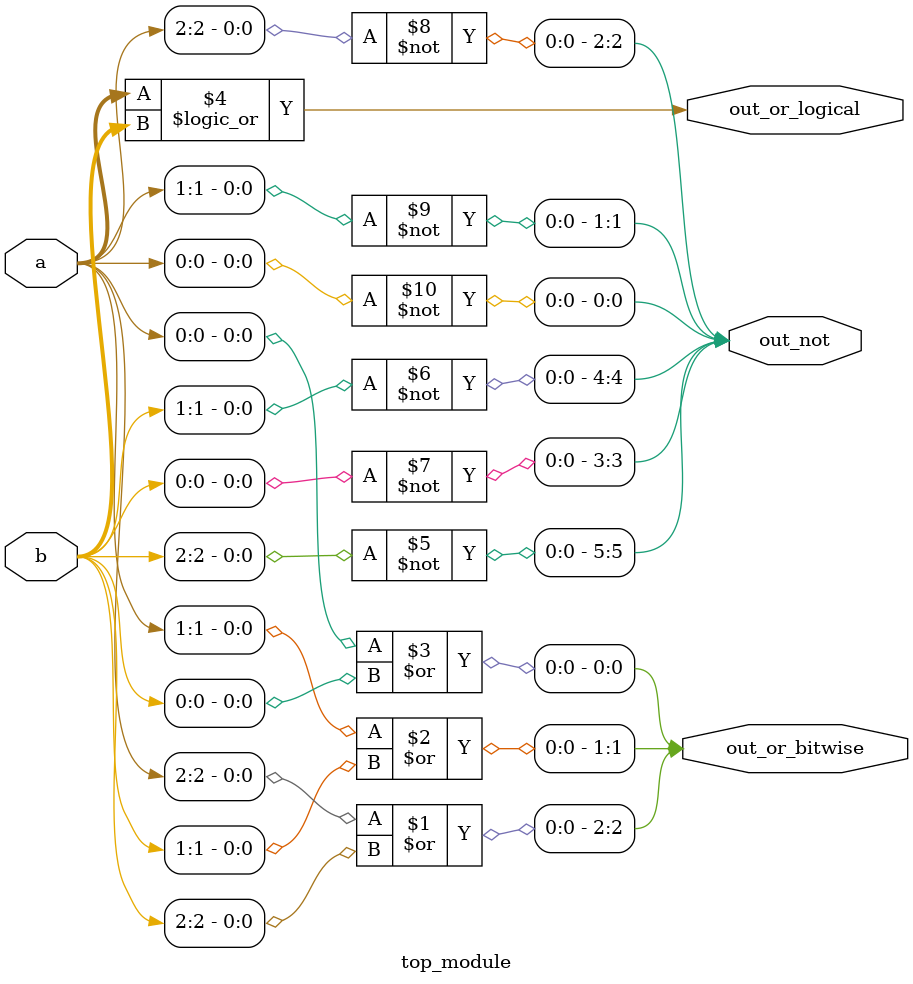
<source format=v>
module top_module( 
    input [2:0] a,
    input [2:0] b,
    output [2:0] out_or_bitwise,
    output out_or_logical,
    output [5:0] out_not
);

    assign out_or_bitwise[2] = a[2] | b[2];
    assign out_or_bitwise[1] = a[1] | b[1];
    assign out_or_bitwise[0] = a[0] | b[0];
        
    assign out_or_logical = a||b;
    
    assign out_not[5] = ~b[2];
    assign out_not[4] = ~b[1];
    assign out_not[3] = ~b[0];
    assign out_not[2] = ~a[2];
    assign out_not[1] = ~a[1];
    assign out_not[0] = ~a[0];
    
    
endmodule

</source>
